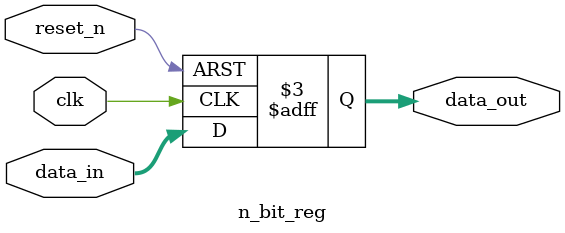
<source format=sv>
`timescale 1ns / 1ps

module n_bit_reg #(parameter n = 64) (
    input wire clk,               
    input wire reset_n,           
    input wire [n-1:0] data_in,   
    output reg [n-1:0] data_out   
);
    always @(posedge clk or negedge reset_n) begin
        if (!reset_n)
            data_out <= {n{1'b0}}; 
        else
            data_out <= data_in;   
    end
endmodule

</source>
